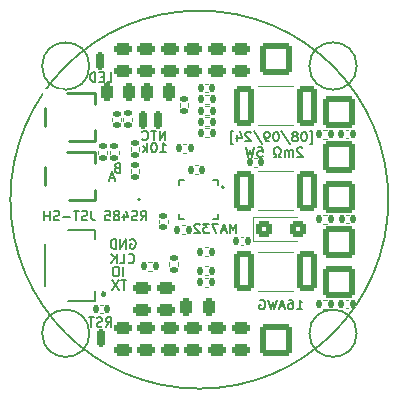
<source format=gbo>
G04 #@! TF.GenerationSoftware,KiCad,Pcbnew,7.0.7*
G04 #@! TF.CreationDate,2024-08-09T21:04:11-05:00*
G04 #@! TF.ProjectId,O32controller,4f333263-6f6e-4747-926f-6c6c65722e6b,3.1*
G04 #@! TF.SameCoordinates,Original*
G04 #@! TF.FileFunction,Legend,Bot*
G04 #@! TF.FilePolarity,Positive*
%FSLAX46Y46*%
G04 Gerber Fmt 4.6, Leading zero omitted, Abs format (unit mm)*
G04 Created by KiCad (PCBNEW 7.0.7) date 2024-08-09 21:04:11*
%MOMM*%
%LPD*%
G01*
G04 APERTURE LIST*
G04 Aperture macros list*
%AMRoundRect*
0 Rectangle with rounded corners*
0 $1 Rounding radius*
0 $2 $3 $4 $5 $6 $7 $8 $9 X,Y pos of 4 corners*
0 Add a 4 corners polygon primitive as box body*
4,1,4,$2,$3,$4,$5,$6,$7,$8,$9,$2,$3,0*
0 Add four circle primitives for the rounded corners*
1,1,$1+$1,$2,$3*
1,1,$1+$1,$4,$5*
1,1,$1+$1,$6,$7*
1,1,$1+$1,$8,$9*
0 Add four rect primitives between the rounded corners*
20,1,$1+$1,$2,$3,$4,$5,0*
20,1,$1+$1,$4,$5,$6,$7,0*
20,1,$1+$1,$6,$7,$8,$9,0*
20,1,$1+$1,$8,$9,$2,$3,0*%
G04 Aperture macros list end*
%ADD10C,0.150000*%
%ADD11C,0.120000*%
%ADD12C,0.199999*%
%ADD13C,0.127000*%
%ADD14C,0.300000*%
%ADD15C,0.254000*%
%ADD16C,0.152400*%
%ADD17C,0.200000*%
%ADD18RoundRect,0.269607X-1.105393X-1.105393X1.105393X-1.105393X1.105393X1.105393X-1.105393X1.105393X0*%
%ADD19RoundRect,0.135000X0.135000X0.185000X-0.135000X0.185000X-0.135000X-0.185000X0.135000X-0.185000X0*%
%ADD20RoundRect,0.140000X0.140000X0.170000X-0.140000X0.170000X-0.140000X-0.170000X0.140000X-0.170000X0*%
%ADD21RoundRect,0.250000X-0.475000X0.250000X-0.475000X-0.250000X0.475000X-0.250000X0.475000X0.250000X0*%
%ADD22RoundRect,0.135000X-0.135000X-0.185000X0.135000X-0.185000X0.135000X0.185000X-0.135000X0.185000X0*%
%ADD23RoundRect,0.140000X-0.140000X-0.170000X0.140000X-0.170000X0.140000X0.170000X-0.140000X0.170000X0*%
%ADD24RoundRect,0.250000X0.475000X-0.250000X0.475000X0.250000X-0.475000X0.250000X-0.475000X-0.250000X0*%
%ADD25RoundRect,0.135000X-0.185000X0.135000X-0.185000X-0.135000X0.185000X-0.135000X0.185000X0.135000X0*%
%ADD26RoundRect,0.050000X0.272236X-0.130815X-0.130815X0.272236X-0.272236X0.130815X0.130815X-0.272236X0*%
%ADD27RoundRect,0.140000X0.170000X-0.140000X0.170000X0.140000X-0.170000X0.140000X-0.170000X-0.140000X0*%
%ADD28RoundRect,0.140000X-0.170000X0.140000X-0.170000X-0.140000X0.170000X-0.140000X0.170000X0.140000X0*%
%ADD29RoundRect,0.250000X0.250000X0.475000X-0.250000X0.475000X-0.250000X-0.475000X0.250000X-0.475000X0*%
%ADD30R,1.550000X0.600000*%
%ADD31R,1.800000X1.200000*%
%ADD32RoundRect,0.250000X0.600000X1.450000X-0.600000X1.450000X-0.600000X-1.450000X0.600000X-1.450000X0*%
%ADD33RoundRect,0.150000X0.150000X0.600000X-0.150000X0.600000X-0.150000X-0.600000X0.150000X-0.600000X0*%
%ADD34RoundRect,0.150000X0.150000X-0.600000X0.150000X0.600000X-0.150000X0.600000X-0.150000X-0.600000X0*%
%ADD35RoundRect,0.250000X-0.400000X-0.450000X0.400000X-0.450000X0.400000X0.450000X-0.400000X0.450000X0*%
%ADD36R,0.812800X0.254000*%
%ADD37R,0.254000X0.812800*%
%ADD38R,1.701800X1.701800*%
%ADD39RoundRect,0.135000X0.185000X-0.135000X0.185000X0.135000X-0.185000X0.135000X-0.185000X-0.135000X0*%
G04 APERTURE END LIST*
D10*
X40686000Y-61314000D02*
G75*
G03*
X40686000Y-61314000I-2000000J0D01*
G01*
X63314000Y-61314000D02*
G75*
G03*
X63314000Y-61314000I-2000000J0D01*
G01*
X40686000Y-38686000D02*
G75*
G03*
X40686000Y-38686000I-2000000J0D01*
G01*
X66000000Y-50000000D02*
G75*
G03*
X66000000Y-50000000I-16000000J0D01*
G01*
X63314000Y-38686000D02*
G75*
G03*
X63314000Y-38686000I-2000000J0D01*
G01*
X43042857Y-47293247D02*
X42928571Y-47331342D01*
X42928571Y-47331342D02*
X42890476Y-47369438D01*
X42890476Y-47369438D02*
X42852380Y-47445628D01*
X42852380Y-47445628D02*
X42852380Y-47559914D01*
X42852380Y-47559914D02*
X42890476Y-47636104D01*
X42890476Y-47636104D02*
X42928571Y-47674200D01*
X42928571Y-47674200D02*
X43004761Y-47712295D01*
X43004761Y-47712295D02*
X43309523Y-47712295D01*
X43309523Y-47712295D02*
X43309523Y-46912295D01*
X43309523Y-46912295D02*
X43042857Y-46912295D01*
X43042857Y-46912295D02*
X42966666Y-46950390D01*
X42966666Y-46950390D02*
X42928571Y-46988485D01*
X42928571Y-46988485D02*
X42890476Y-47064676D01*
X42890476Y-47064676D02*
X42890476Y-47140866D01*
X42890476Y-47140866D02*
X42928571Y-47217057D01*
X42928571Y-47217057D02*
X42966666Y-47255152D01*
X42966666Y-47255152D02*
X43042857Y-47293247D01*
X43042857Y-47293247D02*
X43309523Y-47293247D01*
X43809523Y-56837295D02*
X43352380Y-56837295D01*
X43580952Y-57637295D02*
X43580952Y-56837295D01*
X43161904Y-56837295D02*
X42628570Y-57637295D01*
X42628570Y-56837295D02*
X43161904Y-57637295D01*
X58252381Y-59262295D02*
X58709524Y-59262295D01*
X58480952Y-59262295D02*
X58480952Y-58462295D01*
X58480952Y-58462295D02*
X58557143Y-58576580D01*
X58557143Y-58576580D02*
X58633333Y-58652771D01*
X58633333Y-58652771D02*
X58709524Y-58690866D01*
X57566666Y-58462295D02*
X57719047Y-58462295D01*
X57719047Y-58462295D02*
X57795238Y-58500390D01*
X57795238Y-58500390D02*
X57833333Y-58538485D01*
X57833333Y-58538485D02*
X57909523Y-58652771D01*
X57909523Y-58652771D02*
X57947619Y-58805152D01*
X57947619Y-58805152D02*
X57947619Y-59109914D01*
X57947619Y-59109914D02*
X57909523Y-59186104D01*
X57909523Y-59186104D02*
X57871428Y-59224200D01*
X57871428Y-59224200D02*
X57795238Y-59262295D01*
X57795238Y-59262295D02*
X57642857Y-59262295D01*
X57642857Y-59262295D02*
X57566666Y-59224200D01*
X57566666Y-59224200D02*
X57528571Y-59186104D01*
X57528571Y-59186104D02*
X57490476Y-59109914D01*
X57490476Y-59109914D02*
X57490476Y-58919438D01*
X57490476Y-58919438D02*
X57528571Y-58843247D01*
X57528571Y-58843247D02*
X57566666Y-58805152D01*
X57566666Y-58805152D02*
X57642857Y-58767057D01*
X57642857Y-58767057D02*
X57795238Y-58767057D01*
X57795238Y-58767057D02*
X57871428Y-58805152D01*
X57871428Y-58805152D02*
X57909523Y-58843247D01*
X57909523Y-58843247D02*
X57947619Y-58919438D01*
X57185714Y-59033723D02*
X56804761Y-59033723D01*
X57261904Y-59262295D02*
X56995237Y-58462295D01*
X56995237Y-58462295D02*
X56728571Y-59262295D01*
X56538095Y-58462295D02*
X56347619Y-59262295D01*
X56347619Y-59262295D02*
X56195238Y-58690866D01*
X56195238Y-58690866D02*
X56042857Y-59262295D01*
X56042857Y-59262295D02*
X55852381Y-58462295D01*
X55128571Y-58500390D02*
X55204761Y-58462295D01*
X55204761Y-58462295D02*
X55319047Y-58462295D01*
X55319047Y-58462295D02*
X55433333Y-58500390D01*
X55433333Y-58500390D02*
X55509523Y-58576580D01*
X55509523Y-58576580D02*
X55547618Y-58652771D01*
X55547618Y-58652771D02*
X55585714Y-58805152D01*
X55585714Y-58805152D02*
X55585714Y-58919438D01*
X55585714Y-58919438D02*
X55547618Y-59071819D01*
X55547618Y-59071819D02*
X55509523Y-59148009D01*
X55509523Y-59148009D02*
X55433333Y-59224200D01*
X55433333Y-59224200D02*
X55319047Y-59262295D01*
X55319047Y-59262295D02*
X55242856Y-59262295D01*
X55242856Y-59262295D02*
X55128571Y-59224200D01*
X55128571Y-59224200D02*
X55090475Y-59186104D01*
X55090475Y-59186104D02*
X55090475Y-58919438D01*
X55090475Y-58919438D02*
X55242856Y-58919438D01*
X45051190Y-51762295D02*
X45317857Y-51381342D01*
X45508333Y-51762295D02*
X45508333Y-50962295D01*
X45508333Y-50962295D02*
X45203571Y-50962295D01*
X45203571Y-50962295D02*
X45127381Y-51000390D01*
X45127381Y-51000390D02*
X45089286Y-51038485D01*
X45089286Y-51038485D02*
X45051190Y-51114676D01*
X45051190Y-51114676D02*
X45051190Y-51228961D01*
X45051190Y-51228961D02*
X45089286Y-51305152D01*
X45089286Y-51305152D02*
X45127381Y-51343247D01*
X45127381Y-51343247D02*
X45203571Y-51381342D01*
X45203571Y-51381342D02*
X45508333Y-51381342D01*
X44746429Y-51724200D02*
X44632143Y-51762295D01*
X44632143Y-51762295D02*
X44441667Y-51762295D01*
X44441667Y-51762295D02*
X44365476Y-51724200D01*
X44365476Y-51724200D02*
X44327381Y-51686104D01*
X44327381Y-51686104D02*
X44289286Y-51609914D01*
X44289286Y-51609914D02*
X44289286Y-51533723D01*
X44289286Y-51533723D02*
X44327381Y-51457533D01*
X44327381Y-51457533D02*
X44365476Y-51419438D01*
X44365476Y-51419438D02*
X44441667Y-51381342D01*
X44441667Y-51381342D02*
X44594048Y-51343247D01*
X44594048Y-51343247D02*
X44670238Y-51305152D01*
X44670238Y-51305152D02*
X44708333Y-51267057D01*
X44708333Y-51267057D02*
X44746429Y-51190866D01*
X44746429Y-51190866D02*
X44746429Y-51114676D01*
X44746429Y-51114676D02*
X44708333Y-51038485D01*
X44708333Y-51038485D02*
X44670238Y-51000390D01*
X44670238Y-51000390D02*
X44594048Y-50962295D01*
X44594048Y-50962295D02*
X44403571Y-50962295D01*
X44403571Y-50962295D02*
X44289286Y-51000390D01*
X43603571Y-51228961D02*
X43603571Y-51762295D01*
X43794047Y-50924200D02*
X43984524Y-51495628D01*
X43984524Y-51495628D02*
X43489285Y-51495628D01*
X43070238Y-51305152D02*
X43146428Y-51267057D01*
X43146428Y-51267057D02*
X43184523Y-51228961D01*
X43184523Y-51228961D02*
X43222619Y-51152771D01*
X43222619Y-51152771D02*
X43222619Y-51114676D01*
X43222619Y-51114676D02*
X43184523Y-51038485D01*
X43184523Y-51038485D02*
X43146428Y-51000390D01*
X43146428Y-51000390D02*
X43070238Y-50962295D01*
X43070238Y-50962295D02*
X42917857Y-50962295D01*
X42917857Y-50962295D02*
X42841666Y-51000390D01*
X42841666Y-51000390D02*
X42803571Y-51038485D01*
X42803571Y-51038485D02*
X42765476Y-51114676D01*
X42765476Y-51114676D02*
X42765476Y-51152771D01*
X42765476Y-51152771D02*
X42803571Y-51228961D01*
X42803571Y-51228961D02*
X42841666Y-51267057D01*
X42841666Y-51267057D02*
X42917857Y-51305152D01*
X42917857Y-51305152D02*
X43070238Y-51305152D01*
X43070238Y-51305152D02*
X43146428Y-51343247D01*
X43146428Y-51343247D02*
X43184523Y-51381342D01*
X43184523Y-51381342D02*
X43222619Y-51457533D01*
X43222619Y-51457533D02*
X43222619Y-51609914D01*
X43222619Y-51609914D02*
X43184523Y-51686104D01*
X43184523Y-51686104D02*
X43146428Y-51724200D01*
X43146428Y-51724200D02*
X43070238Y-51762295D01*
X43070238Y-51762295D02*
X42917857Y-51762295D01*
X42917857Y-51762295D02*
X42841666Y-51724200D01*
X42841666Y-51724200D02*
X42803571Y-51686104D01*
X42803571Y-51686104D02*
X42765476Y-51609914D01*
X42765476Y-51609914D02*
X42765476Y-51457533D01*
X42765476Y-51457533D02*
X42803571Y-51381342D01*
X42803571Y-51381342D02*
X42841666Y-51343247D01*
X42841666Y-51343247D02*
X42917857Y-51305152D01*
X42041666Y-50962295D02*
X42422618Y-50962295D01*
X42422618Y-50962295D02*
X42460714Y-51343247D01*
X42460714Y-51343247D02*
X42422618Y-51305152D01*
X42422618Y-51305152D02*
X42346428Y-51267057D01*
X42346428Y-51267057D02*
X42155952Y-51267057D01*
X42155952Y-51267057D02*
X42079761Y-51305152D01*
X42079761Y-51305152D02*
X42041666Y-51343247D01*
X42041666Y-51343247D02*
X42003571Y-51419438D01*
X42003571Y-51419438D02*
X42003571Y-51609914D01*
X42003571Y-51609914D02*
X42041666Y-51686104D01*
X42041666Y-51686104D02*
X42079761Y-51724200D01*
X42079761Y-51724200D02*
X42155952Y-51762295D01*
X42155952Y-51762295D02*
X42346428Y-51762295D01*
X42346428Y-51762295D02*
X42422618Y-51724200D01*
X42422618Y-51724200D02*
X42460714Y-51686104D01*
X44001189Y-55286104D02*
X44039285Y-55324200D01*
X44039285Y-55324200D02*
X44153570Y-55362295D01*
X44153570Y-55362295D02*
X44229761Y-55362295D01*
X44229761Y-55362295D02*
X44344047Y-55324200D01*
X44344047Y-55324200D02*
X44420237Y-55248009D01*
X44420237Y-55248009D02*
X44458332Y-55171819D01*
X44458332Y-55171819D02*
X44496428Y-55019438D01*
X44496428Y-55019438D02*
X44496428Y-54905152D01*
X44496428Y-54905152D02*
X44458332Y-54752771D01*
X44458332Y-54752771D02*
X44420237Y-54676580D01*
X44420237Y-54676580D02*
X44344047Y-54600390D01*
X44344047Y-54600390D02*
X44229761Y-54562295D01*
X44229761Y-54562295D02*
X44153570Y-54562295D01*
X44153570Y-54562295D02*
X44039285Y-54600390D01*
X44039285Y-54600390D02*
X44001189Y-54638485D01*
X43277380Y-55362295D02*
X43658332Y-55362295D01*
X43658332Y-55362295D02*
X43658332Y-54562295D01*
X43010713Y-55362295D02*
X43010713Y-54562295D01*
X42553570Y-55362295D02*
X42896428Y-54905152D01*
X42553570Y-54562295D02*
X43010713Y-55019438D01*
X42815476Y-48183723D02*
X42434523Y-48183723D01*
X42891666Y-48412295D02*
X42624999Y-47612295D01*
X42624999Y-47612295D02*
X42358333Y-48412295D01*
X53127380Y-52837295D02*
X53127380Y-52037295D01*
X53127380Y-52037295D02*
X52860714Y-52608723D01*
X52860714Y-52608723D02*
X52594047Y-52037295D01*
X52594047Y-52037295D02*
X52594047Y-52837295D01*
X52251190Y-52608723D02*
X51870237Y-52608723D01*
X52327380Y-52837295D02*
X52060713Y-52037295D01*
X52060713Y-52037295D02*
X51794047Y-52837295D01*
X51603571Y-52037295D02*
X51070237Y-52037295D01*
X51070237Y-52037295D02*
X51413095Y-52837295D01*
X50841666Y-52037295D02*
X50346428Y-52037295D01*
X50346428Y-52037295D02*
X50613094Y-52342057D01*
X50613094Y-52342057D02*
X50498809Y-52342057D01*
X50498809Y-52342057D02*
X50422618Y-52380152D01*
X50422618Y-52380152D02*
X50384523Y-52418247D01*
X50384523Y-52418247D02*
X50346428Y-52494438D01*
X50346428Y-52494438D02*
X50346428Y-52684914D01*
X50346428Y-52684914D02*
X50384523Y-52761104D01*
X50384523Y-52761104D02*
X50422618Y-52799200D01*
X50422618Y-52799200D02*
X50498809Y-52837295D01*
X50498809Y-52837295D02*
X50727380Y-52837295D01*
X50727380Y-52837295D02*
X50803571Y-52799200D01*
X50803571Y-52799200D02*
X50841666Y-52761104D01*
X50041666Y-52113485D02*
X50003570Y-52075390D01*
X50003570Y-52075390D02*
X49927380Y-52037295D01*
X49927380Y-52037295D02*
X49736904Y-52037295D01*
X49736904Y-52037295D02*
X49660713Y-52075390D01*
X49660713Y-52075390D02*
X49622618Y-52113485D01*
X49622618Y-52113485D02*
X49584523Y-52189676D01*
X49584523Y-52189676D02*
X49584523Y-52265866D01*
X49584523Y-52265866D02*
X49622618Y-52380152D01*
X49622618Y-52380152D02*
X50079761Y-52837295D01*
X50079761Y-52837295D02*
X49584523Y-52837295D01*
X42063094Y-60762295D02*
X42329761Y-60381342D01*
X42520237Y-60762295D02*
X42520237Y-59962295D01*
X42520237Y-59962295D02*
X42215475Y-59962295D01*
X42215475Y-59962295D02*
X42139285Y-60000390D01*
X42139285Y-60000390D02*
X42101190Y-60038485D01*
X42101190Y-60038485D02*
X42063094Y-60114676D01*
X42063094Y-60114676D02*
X42063094Y-60228961D01*
X42063094Y-60228961D02*
X42101190Y-60305152D01*
X42101190Y-60305152D02*
X42139285Y-60343247D01*
X42139285Y-60343247D02*
X42215475Y-60381342D01*
X42215475Y-60381342D02*
X42520237Y-60381342D01*
X41758333Y-60724200D02*
X41644047Y-60762295D01*
X41644047Y-60762295D02*
X41453571Y-60762295D01*
X41453571Y-60762295D02*
X41377380Y-60724200D01*
X41377380Y-60724200D02*
X41339285Y-60686104D01*
X41339285Y-60686104D02*
X41301190Y-60609914D01*
X41301190Y-60609914D02*
X41301190Y-60533723D01*
X41301190Y-60533723D02*
X41339285Y-60457533D01*
X41339285Y-60457533D02*
X41377380Y-60419438D01*
X41377380Y-60419438D02*
X41453571Y-60381342D01*
X41453571Y-60381342D02*
X41605952Y-60343247D01*
X41605952Y-60343247D02*
X41682142Y-60305152D01*
X41682142Y-60305152D02*
X41720237Y-60267057D01*
X41720237Y-60267057D02*
X41758333Y-60190866D01*
X41758333Y-60190866D02*
X41758333Y-60114676D01*
X41758333Y-60114676D02*
X41720237Y-60038485D01*
X41720237Y-60038485D02*
X41682142Y-60000390D01*
X41682142Y-60000390D02*
X41605952Y-59962295D01*
X41605952Y-59962295D02*
X41415475Y-59962295D01*
X41415475Y-59962295D02*
X41301190Y-60000390D01*
X41072618Y-59962295D02*
X40615475Y-59962295D01*
X40844047Y-60762295D02*
X40844047Y-59962295D01*
X43544046Y-56487295D02*
X43544046Y-55687295D01*
X43010713Y-55687295D02*
X42858332Y-55687295D01*
X42858332Y-55687295D02*
X42782142Y-55725390D01*
X42782142Y-55725390D02*
X42705951Y-55801580D01*
X42705951Y-55801580D02*
X42667856Y-55953961D01*
X42667856Y-55953961D02*
X42667856Y-56220628D01*
X42667856Y-56220628D02*
X42705951Y-56373009D01*
X42705951Y-56373009D02*
X42782142Y-56449200D01*
X42782142Y-56449200D02*
X42858332Y-56487295D01*
X42858332Y-56487295D02*
X43010713Y-56487295D01*
X43010713Y-56487295D02*
X43086904Y-56449200D01*
X43086904Y-56449200D02*
X43163094Y-56373009D01*
X43163094Y-56373009D02*
X43201190Y-56220628D01*
X43201190Y-56220628D02*
X43201190Y-55953961D01*
X43201190Y-55953961D02*
X43163094Y-55801580D01*
X43163094Y-55801580D02*
X43086904Y-55725390D01*
X43086904Y-55725390D02*
X43010713Y-55687295D01*
X44159523Y-53375390D02*
X44235713Y-53337295D01*
X44235713Y-53337295D02*
X44349999Y-53337295D01*
X44349999Y-53337295D02*
X44464285Y-53375390D01*
X44464285Y-53375390D02*
X44540475Y-53451580D01*
X44540475Y-53451580D02*
X44578570Y-53527771D01*
X44578570Y-53527771D02*
X44616666Y-53680152D01*
X44616666Y-53680152D02*
X44616666Y-53794438D01*
X44616666Y-53794438D02*
X44578570Y-53946819D01*
X44578570Y-53946819D02*
X44540475Y-54023009D01*
X44540475Y-54023009D02*
X44464285Y-54099200D01*
X44464285Y-54099200D02*
X44349999Y-54137295D01*
X44349999Y-54137295D02*
X44273808Y-54137295D01*
X44273808Y-54137295D02*
X44159523Y-54099200D01*
X44159523Y-54099200D02*
X44121427Y-54061104D01*
X44121427Y-54061104D02*
X44121427Y-53794438D01*
X44121427Y-53794438D02*
X44273808Y-53794438D01*
X43778570Y-54137295D02*
X43778570Y-53337295D01*
X43778570Y-53337295D02*
X43321427Y-54137295D01*
X43321427Y-54137295D02*
X43321427Y-53337295D01*
X42940475Y-54137295D02*
X42940475Y-53337295D01*
X42940475Y-53337295D02*
X42749999Y-53337295D01*
X42749999Y-53337295D02*
X42635713Y-53375390D01*
X42635713Y-53375390D02*
X42559523Y-53451580D01*
X42559523Y-53451580D02*
X42521428Y-53527771D01*
X42521428Y-53527771D02*
X42483332Y-53680152D01*
X42483332Y-53680152D02*
X42483332Y-53794438D01*
X42483332Y-53794438D02*
X42521428Y-53946819D01*
X42521428Y-53946819D02*
X42559523Y-54023009D01*
X42559523Y-54023009D02*
X42635713Y-54099200D01*
X42635713Y-54099200D02*
X42749999Y-54137295D01*
X42749999Y-54137295D02*
X42940475Y-54137295D01*
X42164285Y-40012295D02*
X42545237Y-40012295D01*
X42545237Y-40012295D02*
X42545237Y-39212295D01*
X41897618Y-39593247D02*
X41630952Y-39593247D01*
X41516666Y-40012295D02*
X41897618Y-40012295D01*
X41897618Y-40012295D02*
X41897618Y-39212295D01*
X41897618Y-39212295D02*
X41516666Y-39212295D01*
X41173808Y-40012295D02*
X41173808Y-39212295D01*
X41173808Y-39212295D02*
X40983332Y-39212295D01*
X40983332Y-39212295D02*
X40869046Y-39250390D01*
X40869046Y-39250390D02*
X40792856Y-39326580D01*
X40792856Y-39326580D02*
X40754761Y-39402771D01*
X40754761Y-39402771D02*
X40716665Y-39555152D01*
X40716665Y-39555152D02*
X40716665Y-39669438D01*
X40716665Y-39669438D02*
X40754761Y-39821819D01*
X40754761Y-39821819D02*
X40792856Y-39898009D01*
X40792856Y-39898009D02*
X40869046Y-39974200D01*
X40869046Y-39974200D02*
X40983332Y-40012295D01*
X40983332Y-40012295D02*
X41173808Y-40012295D01*
X47083332Y-44962295D02*
X47083332Y-44162295D01*
X47083332Y-44162295D02*
X46626189Y-44962295D01*
X46626189Y-44962295D02*
X46626189Y-44162295D01*
X46359523Y-44162295D02*
X45902380Y-44162295D01*
X46130952Y-44962295D02*
X46130952Y-44162295D01*
X45178570Y-44886104D02*
X45216666Y-44924200D01*
X45216666Y-44924200D02*
X45330951Y-44962295D01*
X45330951Y-44962295D02*
X45407142Y-44962295D01*
X45407142Y-44962295D02*
X45521428Y-44924200D01*
X45521428Y-44924200D02*
X45597618Y-44848009D01*
X45597618Y-44848009D02*
X45635713Y-44771819D01*
X45635713Y-44771819D02*
X45673809Y-44619438D01*
X45673809Y-44619438D02*
X45673809Y-44505152D01*
X45673809Y-44505152D02*
X45635713Y-44352771D01*
X45635713Y-44352771D02*
X45597618Y-44276580D01*
X45597618Y-44276580D02*
X45521428Y-44200390D01*
X45521428Y-44200390D02*
X45407142Y-44162295D01*
X45407142Y-44162295D02*
X45330951Y-44162295D01*
X45330951Y-44162295D02*
X45216666Y-44200390D01*
X45216666Y-44200390D02*
X45178570Y-44238485D01*
X58724705Y-45638485D02*
X58686609Y-45600390D01*
X58686609Y-45600390D02*
X58610419Y-45562295D01*
X58610419Y-45562295D02*
X58419943Y-45562295D01*
X58419943Y-45562295D02*
X58343752Y-45600390D01*
X58343752Y-45600390D02*
X58305657Y-45638485D01*
X58305657Y-45638485D02*
X58267562Y-45714676D01*
X58267562Y-45714676D02*
X58267562Y-45790866D01*
X58267562Y-45790866D02*
X58305657Y-45905152D01*
X58305657Y-45905152D02*
X58762800Y-46362295D01*
X58762800Y-46362295D02*
X58267562Y-46362295D01*
X57924704Y-46362295D02*
X57924704Y-45828961D01*
X57924704Y-45905152D02*
X57886609Y-45867057D01*
X57886609Y-45867057D02*
X57810419Y-45828961D01*
X57810419Y-45828961D02*
X57696133Y-45828961D01*
X57696133Y-45828961D02*
X57619942Y-45867057D01*
X57619942Y-45867057D02*
X57581847Y-45943247D01*
X57581847Y-45943247D02*
X57581847Y-46362295D01*
X57581847Y-45943247D02*
X57543752Y-45867057D01*
X57543752Y-45867057D02*
X57467561Y-45828961D01*
X57467561Y-45828961D02*
X57353276Y-45828961D01*
X57353276Y-45828961D02*
X57277085Y-45867057D01*
X57277085Y-45867057D02*
X57238990Y-45943247D01*
X57238990Y-45943247D02*
X57238990Y-46362295D01*
X56896133Y-46362295D02*
X56705656Y-46362295D01*
X56705656Y-46362295D02*
X56705656Y-46209914D01*
X56705656Y-46209914D02*
X56781847Y-46171819D01*
X56781847Y-46171819D02*
X56858037Y-46095628D01*
X56858037Y-46095628D02*
X56896133Y-45981342D01*
X56896133Y-45981342D02*
X56896133Y-45790866D01*
X56896133Y-45790866D02*
X56858037Y-45676580D01*
X56858037Y-45676580D02*
X56781847Y-45600390D01*
X56781847Y-45600390D02*
X56667561Y-45562295D01*
X56667561Y-45562295D02*
X56515180Y-45562295D01*
X56515180Y-45562295D02*
X56400894Y-45600390D01*
X56400894Y-45600390D02*
X56324704Y-45676580D01*
X56324704Y-45676580D02*
X56286609Y-45790866D01*
X56286609Y-45790866D02*
X56286609Y-45981342D01*
X56286609Y-45981342D02*
X56324704Y-46095628D01*
X56324704Y-46095628D02*
X56400894Y-46171819D01*
X56400894Y-46171819D02*
X56477085Y-46209914D01*
X56477085Y-46209914D02*
X56477085Y-46362295D01*
X56477085Y-46362295D02*
X56286609Y-46362295D01*
X54953275Y-45562295D02*
X55334227Y-45562295D01*
X55334227Y-45562295D02*
X55372323Y-45943247D01*
X55372323Y-45943247D02*
X55334227Y-45905152D01*
X55334227Y-45905152D02*
X55258037Y-45867057D01*
X55258037Y-45867057D02*
X55067561Y-45867057D01*
X55067561Y-45867057D02*
X54991370Y-45905152D01*
X54991370Y-45905152D02*
X54953275Y-45943247D01*
X54953275Y-45943247D02*
X54915180Y-46019438D01*
X54915180Y-46019438D02*
X54915180Y-46209914D01*
X54915180Y-46209914D02*
X54953275Y-46286104D01*
X54953275Y-46286104D02*
X54991370Y-46324200D01*
X54991370Y-46324200D02*
X55067561Y-46362295D01*
X55067561Y-46362295D02*
X55258037Y-46362295D01*
X55258037Y-46362295D02*
X55334227Y-46324200D01*
X55334227Y-46324200D02*
X55372323Y-46286104D01*
X54648513Y-45562295D02*
X54458037Y-46362295D01*
X54458037Y-46362295D02*
X54305656Y-45790866D01*
X54305656Y-45790866D02*
X54153275Y-46362295D01*
X54153275Y-46362295D02*
X53962799Y-45562295D01*
X59346895Y-45328961D02*
X59537371Y-45328961D01*
X59537371Y-45328961D02*
X59537371Y-44186104D01*
X59537371Y-44186104D02*
X59346895Y-44186104D01*
X58889752Y-44262295D02*
X58813562Y-44262295D01*
X58813562Y-44262295D02*
X58737371Y-44300390D01*
X58737371Y-44300390D02*
X58699276Y-44338485D01*
X58699276Y-44338485D02*
X58661181Y-44414676D01*
X58661181Y-44414676D02*
X58623086Y-44567057D01*
X58623086Y-44567057D02*
X58623086Y-44757533D01*
X58623086Y-44757533D02*
X58661181Y-44909914D01*
X58661181Y-44909914D02*
X58699276Y-44986104D01*
X58699276Y-44986104D02*
X58737371Y-45024200D01*
X58737371Y-45024200D02*
X58813562Y-45062295D01*
X58813562Y-45062295D02*
X58889752Y-45062295D01*
X58889752Y-45062295D02*
X58965943Y-45024200D01*
X58965943Y-45024200D02*
X59004038Y-44986104D01*
X59004038Y-44986104D02*
X59042133Y-44909914D01*
X59042133Y-44909914D02*
X59080229Y-44757533D01*
X59080229Y-44757533D02*
X59080229Y-44567057D01*
X59080229Y-44567057D02*
X59042133Y-44414676D01*
X59042133Y-44414676D02*
X59004038Y-44338485D01*
X59004038Y-44338485D02*
X58965943Y-44300390D01*
X58965943Y-44300390D02*
X58889752Y-44262295D01*
X58165943Y-44605152D02*
X58242133Y-44567057D01*
X58242133Y-44567057D02*
X58280228Y-44528961D01*
X58280228Y-44528961D02*
X58318324Y-44452771D01*
X58318324Y-44452771D02*
X58318324Y-44414676D01*
X58318324Y-44414676D02*
X58280228Y-44338485D01*
X58280228Y-44338485D02*
X58242133Y-44300390D01*
X58242133Y-44300390D02*
X58165943Y-44262295D01*
X58165943Y-44262295D02*
X58013562Y-44262295D01*
X58013562Y-44262295D02*
X57937371Y-44300390D01*
X57937371Y-44300390D02*
X57899276Y-44338485D01*
X57899276Y-44338485D02*
X57861181Y-44414676D01*
X57861181Y-44414676D02*
X57861181Y-44452771D01*
X57861181Y-44452771D02*
X57899276Y-44528961D01*
X57899276Y-44528961D02*
X57937371Y-44567057D01*
X57937371Y-44567057D02*
X58013562Y-44605152D01*
X58013562Y-44605152D02*
X58165943Y-44605152D01*
X58165943Y-44605152D02*
X58242133Y-44643247D01*
X58242133Y-44643247D02*
X58280228Y-44681342D01*
X58280228Y-44681342D02*
X58318324Y-44757533D01*
X58318324Y-44757533D02*
X58318324Y-44909914D01*
X58318324Y-44909914D02*
X58280228Y-44986104D01*
X58280228Y-44986104D02*
X58242133Y-45024200D01*
X58242133Y-45024200D02*
X58165943Y-45062295D01*
X58165943Y-45062295D02*
X58013562Y-45062295D01*
X58013562Y-45062295D02*
X57937371Y-45024200D01*
X57937371Y-45024200D02*
X57899276Y-44986104D01*
X57899276Y-44986104D02*
X57861181Y-44909914D01*
X57861181Y-44909914D02*
X57861181Y-44757533D01*
X57861181Y-44757533D02*
X57899276Y-44681342D01*
X57899276Y-44681342D02*
X57937371Y-44643247D01*
X57937371Y-44643247D02*
X58013562Y-44605152D01*
X56946895Y-44224200D02*
X57632609Y-45252771D01*
X56527847Y-44262295D02*
X56451657Y-44262295D01*
X56451657Y-44262295D02*
X56375466Y-44300390D01*
X56375466Y-44300390D02*
X56337371Y-44338485D01*
X56337371Y-44338485D02*
X56299276Y-44414676D01*
X56299276Y-44414676D02*
X56261181Y-44567057D01*
X56261181Y-44567057D02*
X56261181Y-44757533D01*
X56261181Y-44757533D02*
X56299276Y-44909914D01*
X56299276Y-44909914D02*
X56337371Y-44986104D01*
X56337371Y-44986104D02*
X56375466Y-45024200D01*
X56375466Y-45024200D02*
X56451657Y-45062295D01*
X56451657Y-45062295D02*
X56527847Y-45062295D01*
X56527847Y-45062295D02*
X56604038Y-45024200D01*
X56604038Y-45024200D02*
X56642133Y-44986104D01*
X56642133Y-44986104D02*
X56680228Y-44909914D01*
X56680228Y-44909914D02*
X56718324Y-44757533D01*
X56718324Y-44757533D02*
X56718324Y-44567057D01*
X56718324Y-44567057D02*
X56680228Y-44414676D01*
X56680228Y-44414676D02*
X56642133Y-44338485D01*
X56642133Y-44338485D02*
X56604038Y-44300390D01*
X56604038Y-44300390D02*
X56527847Y-44262295D01*
X55880228Y-45062295D02*
X55727847Y-45062295D01*
X55727847Y-45062295D02*
X55651657Y-45024200D01*
X55651657Y-45024200D02*
X55613561Y-44986104D01*
X55613561Y-44986104D02*
X55537371Y-44871819D01*
X55537371Y-44871819D02*
X55499276Y-44719438D01*
X55499276Y-44719438D02*
X55499276Y-44414676D01*
X55499276Y-44414676D02*
X55537371Y-44338485D01*
X55537371Y-44338485D02*
X55575466Y-44300390D01*
X55575466Y-44300390D02*
X55651657Y-44262295D01*
X55651657Y-44262295D02*
X55804038Y-44262295D01*
X55804038Y-44262295D02*
X55880228Y-44300390D01*
X55880228Y-44300390D02*
X55918323Y-44338485D01*
X55918323Y-44338485D02*
X55956419Y-44414676D01*
X55956419Y-44414676D02*
X55956419Y-44605152D01*
X55956419Y-44605152D02*
X55918323Y-44681342D01*
X55918323Y-44681342D02*
X55880228Y-44719438D01*
X55880228Y-44719438D02*
X55804038Y-44757533D01*
X55804038Y-44757533D02*
X55651657Y-44757533D01*
X55651657Y-44757533D02*
X55575466Y-44719438D01*
X55575466Y-44719438D02*
X55537371Y-44681342D01*
X55537371Y-44681342D02*
X55499276Y-44605152D01*
X54584990Y-44224200D02*
X55270704Y-45252771D01*
X54356419Y-44338485D02*
X54318323Y-44300390D01*
X54318323Y-44300390D02*
X54242133Y-44262295D01*
X54242133Y-44262295D02*
X54051657Y-44262295D01*
X54051657Y-44262295D02*
X53975466Y-44300390D01*
X53975466Y-44300390D02*
X53937371Y-44338485D01*
X53937371Y-44338485D02*
X53899276Y-44414676D01*
X53899276Y-44414676D02*
X53899276Y-44490866D01*
X53899276Y-44490866D02*
X53937371Y-44605152D01*
X53937371Y-44605152D02*
X54394514Y-45062295D01*
X54394514Y-45062295D02*
X53899276Y-45062295D01*
X53213561Y-44528961D02*
X53213561Y-45062295D01*
X53404037Y-44224200D02*
X53594514Y-44795628D01*
X53594514Y-44795628D02*
X53099275Y-44795628D01*
X52870704Y-45328961D02*
X52680228Y-45328961D01*
X52680228Y-45328961D02*
X52680228Y-44186104D01*
X52680228Y-44186104D02*
X52870704Y-44186104D01*
X40841666Y-50962295D02*
X40841666Y-51533723D01*
X40841666Y-51533723D02*
X40879761Y-51648009D01*
X40879761Y-51648009D02*
X40955952Y-51724200D01*
X40955952Y-51724200D02*
X41070237Y-51762295D01*
X41070237Y-51762295D02*
X41146428Y-51762295D01*
X40498809Y-51724200D02*
X40384523Y-51762295D01*
X40384523Y-51762295D02*
X40194047Y-51762295D01*
X40194047Y-51762295D02*
X40117856Y-51724200D01*
X40117856Y-51724200D02*
X40079761Y-51686104D01*
X40079761Y-51686104D02*
X40041666Y-51609914D01*
X40041666Y-51609914D02*
X40041666Y-51533723D01*
X40041666Y-51533723D02*
X40079761Y-51457533D01*
X40079761Y-51457533D02*
X40117856Y-51419438D01*
X40117856Y-51419438D02*
X40194047Y-51381342D01*
X40194047Y-51381342D02*
X40346428Y-51343247D01*
X40346428Y-51343247D02*
X40422618Y-51305152D01*
X40422618Y-51305152D02*
X40460713Y-51267057D01*
X40460713Y-51267057D02*
X40498809Y-51190866D01*
X40498809Y-51190866D02*
X40498809Y-51114676D01*
X40498809Y-51114676D02*
X40460713Y-51038485D01*
X40460713Y-51038485D02*
X40422618Y-51000390D01*
X40422618Y-51000390D02*
X40346428Y-50962295D01*
X40346428Y-50962295D02*
X40155951Y-50962295D01*
X40155951Y-50962295D02*
X40041666Y-51000390D01*
X39813094Y-50962295D02*
X39355951Y-50962295D01*
X39584523Y-51762295D02*
X39584523Y-50962295D01*
X39089284Y-51457533D02*
X38479761Y-51457533D01*
X38136904Y-51724200D02*
X38022618Y-51762295D01*
X38022618Y-51762295D02*
X37832142Y-51762295D01*
X37832142Y-51762295D02*
X37755951Y-51724200D01*
X37755951Y-51724200D02*
X37717856Y-51686104D01*
X37717856Y-51686104D02*
X37679761Y-51609914D01*
X37679761Y-51609914D02*
X37679761Y-51533723D01*
X37679761Y-51533723D02*
X37717856Y-51457533D01*
X37717856Y-51457533D02*
X37755951Y-51419438D01*
X37755951Y-51419438D02*
X37832142Y-51381342D01*
X37832142Y-51381342D02*
X37984523Y-51343247D01*
X37984523Y-51343247D02*
X38060713Y-51305152D01*
X38060713Y-51305152D02*
X38098808Y-51267057D01*
X38098808Y-51267057D02*
X38136904Y-51190866D01*
X38136904Y-51190866D02*
X38136904Y-51114676D01*
X38136904Y-51114676D02*
X38098808Y-51038485D01*
X38098808Y-51038485D02*
X38060713Y-51000390D01*
X38060713Y-51000390D02*
X37984523Y-50962295D01*
X37984523Y-50962295D02*
X37794046Y-50962295D01*
X37794046Y-50962295D02*
X37679761Y-51000390D01*
X37336903Y-51762295D02*
X37336903Y-50962295D01*
X37336903Y-51343247D02*
X36879760Y-51343247D01*
X36879760Y-51762295D02*
X36879760Y-50962295D01*
X46676190Y-45987295D02*
X47133333Y-45987295D01*
X46904761Y-45987295D02*
X46904761Y-45187295D01*
X46904761Y-45187295D02*
X46980952Y-45301580D01*
X46980952Y-45301580D02*
X47057142Y-45377771D01*
X47057142Y-45377771D02*
X47133333Y-45415866D01*
X46180951Y-45187295D02*
X46104761Y-45187295D01*
X46104761Y-45187295D02*
X46028570Y-45225390D01*
X46028570Y-45225390D02*
X45990475Y-45263485D01*
X45990475Y-45263485D02*
X45952380Y-45339676D01*
X45952380Y-45339676D02*
X45914285Y-45492057D01*
X45914285Y-45492057D02*
X45914285Y-45682533D01*
X45914285Y-45682533D02*
X45952380Y-45834914D01*
X45952380Y-45834914D02*
X45990475Y-45911104D01*
X45990475Y-45911104D02*
X46028570Y-45949200D01*
X46028570Y-45949200D02*
X46104761Y-45987295D01*
X46104761Y-45987295D02*
X46180951Y-45987295D01*
X46180951Y-45987295D02*
X46257142Y-45949200D01*
X46257142Y-45949200D02*
X46295237Y-45911104D01*
X46295237Y-45911104D02*
X46333332Y-45834914D01*
X46333332Y-45834914D02*
X46371428Y-45682533D01*
X46371428Y-45682533D02*
X46371428Y-45492057D01*
X46371428Y-45492057D02*
X46333332Y-45339676D01*
X46333332Y-45339676D02*
X46295237Y-45263485D01*
X46295237Y-45263485D02*
X46257142Y-45225390D01*
X46257142Y-45225390D02*
X46180951Y-45187295D01*
X45571427Y-45987295D02*
X45571427Y-45187295D01*
X45495237Y-45682533D02*
X45266665Y-45987295D01*
X45266665Y-45453961D02*
X45571427Y-45758723D01*
D11*
X50778641Y-44730000D02*
X50471359Y-44730000D01*
X50778641Y-43970000D02*
X50471359Y-43970000D01*
X62612836Y-44810000D02*
X62397164Y-44810000D01*
X62612836Y-44090000D02*
X62397164Y-44090000D01*
X53707836Y-53860000D02*
X53492164Y-53860000D01*
X53707836Y-53140000D02*
X53492164Y-53140000D01*
X48496359Y-52170000D02*
X48803641Y-52170000D01*
X48496359Y-52930000D02*
X48803641Y-52930000D01*
X50778641Y-41890000D02*
X50471359Y-41890000D01*
X50778641Y-41130000D02*
X50471359Y-41130000D01*
X49642164Y-47090000D02*
X49857836Y-47090000D01*
X49642164Y-47810000D02*
X49857836Y-47810000D01*
X50517164Y-40190000D02*
X50732836Y-40190000D01*
X50517164Y-40910000D02*
X50732836Y-40910000D01*
X62607836Y-59210000D02*
X62392164Y-59210000D01*
X62607836Y-58490000D02*
X62392164Y-58490000D01*
X49080000Y-41846359D02*
X49080000Y-42153641D01*
X48320000Y-41846359D02*
X48320000Y-42153641D01*
D12*
X44984923Y-49974264D02*
G75*
G03*
X44984923Y-49974264I-99999J0D01*
G01*
D11*
X42640000Y-43307836D02*
X42640000Y-43092164D01*
X43360000Y-43307836D02*
X43360000Y-43092164D01*
X50471359Y-43020000D02*
X50778641Y-43020000D01*
X50471359Y-43780000D02*
X50778641Y-43780000D01*
X47310000Y-51742164D02*
X47310000Y-51957836D01*
X46590000Y-51742164D02*
X46590000Y-51957836D01*
X50753641Y-56380000D02*
X50446359Y-56380000D01*
X50753641Y-55620000D02*
X50446359Y-55620000D01*
X43180000Y-45846359D02*
X43180000Y-46153641D01*
X42420000Y-45846359D02*
X42420000Y-46153641D01*
D13*
X41175000Y-58550000D02*
X38900000Y-58550000D01*
X41175000Y-57750000D02*
X41175000Y-58550000D01*
X36925000Y-57350000D02*
X36925000Y-53750000D01*
X41175000Y-53350000D02*
X41175000Y-52550000D01*
X41175000Y-52550000D02*
X38900000Y-52550000D01*
D14*
X41985000Y-58000000D02*
G75*
G03*
X41985000Y-58000000I-100000J0D01*
G01*
D11*
X62627836Y-52010000D02*
X62412164Y-52010000D01*
X62627836Y-51290000D02*
X62412164Y-51290000D01*
X57925000Y-57700000D02*
X54975000Y-57700000D01*
X57900000Y-54400000D02*
X54950000Y-54400000D01*
X44930000Y-45546359D02*
X44930000Y-45853641D01*
X44170000Y-45546359D02*
X44170000Y-45853641D01*
D15*
X41155000Y-50000000D02*
X38942000Y-50000000D01*
X41155000Y-50000000D02*
X41155000Y-49145000D01*
X36905000Y-48767000D02*
X36905000Y-47278000D01*
X41155000Y-46000000D02*
X41155000Y-46900000D01*
X41155000Y-46000000D02*
X38808000Y-46000000D01*
D11*
X60803641Y-52030000D02*
X60496359Y-52030000D01*
X60803641Y-51270000D02*
X60496359Y-51270000D01*
X54877836Y-47210000D02*
X54662164Y-47210000D01*
X54877836Y-46490000D02*
X54662164Y-46490000D01*
X50471359Y-42080000D02*
X50778641Y-42080000D01*
X50471359Y-42840000D02*
X50778641Y-42840000D01*
X48230000Y-55296359D02*
X48230000Y-55603641D01*
X47470000Y-55296359D02*
X47470000Y-55603641D01*
X60803641Y-59230000D02*
X60496359Y-59230000D01*
X60803641Y-58470000D02*
X60496359Y-58470000D01*
X44930000Y-47446359D02*
X44930000Y-47753641D01*
X44170000Y-47446359D02*
X44170000Y-47753641D01*
X48903641Y-46030000D02*
X48596359Y-46030000D01*
X48903641Y-45270000D02*
X48596359Y-45270000D01*
D15*
X41155000Y-45000000D02*
X38942000Y-45000000D01*
X41155000Y-45000000D02*
X41155000Y-44145000D01*
X36905000Y-43767000D02*
X36905000Y-42278000D01*
X41155000Y-41000000D02*
X41155000Y-41900000D01*
X41155000Y-41000000D02*
X38808000Y-41000000D01*
D11*
X50446359Y-54020000D02*
X50753641Y-54020000D01*
X50446359Y-54780000D02*
X50753641Y-54780000D01*
X57925000Y-43700000D02*
X54975000Y-43700000D01*
X57900000Y-40400000D02*
X54950000Y-40400000D01*
X54540000Y-51490000D02*
X58300000Y-51490000D01*
X54540000Y-53510000D02*
X54540000Y-51490000D01*
X54540000Y-53510000D02*
X58300000Y-53510000D01*
X50753641Y-57380000D02*
X50446359Y-57380000D01*
X50753641Y-56620000D02*
X50446359Y-56620000D01*
X45646359Y-55270000D02*
X45953641Y-55270000D01*
X45646359Y-56030000D02*
X45953641Y-56030000D01*
X60808641Y-44830000D02*
X60501359Y-44830000D01*
X60808641Y-44070000D02*
X60501359Y-44070000D01*
X44330000Y-43046359D02*
X44330000Y-43353641D01*
X43570000Y-43046359D02*
X43570000Y-43353641D01*
X41837836Y-59610000D02*
X41622164Y-59610000D01*
X41837836Y-58890000D02*
X41622164Y-58890000D01*
D16*
X51613000Y-51663600D02*
X51146341Y-51663600D01*
X51613000Y-51196941D02*
X51613000Y-51663600D01*
X51613000Y-48310800D02*
X51613000Y-48777459D01*
X51146341Y-48310800D02*
X51613000Y-48310800D01*
X48726859Y-51663600D02*
X48260200Y-51663600D01*
X48260200Y-51663600D02*
X48260200Y-51196941D01*
X48260200Y-48777459D02*
X48260200Y-48310800D01*
X48260200Y-48310800D02*
X48726859Y-48310800D01*
D17*
X52086600Y-48937200D02*
G75*
G03*
X52086600Y-48937200I-100000J0D01*
G01*
D11*
X41420000Y-46153641D02*
X41420000Y-45846359D01*
X42180000Y-46153641D02*
X42180000Y-45846359D01*
X57925000Y-50900000D02*
X54975000Y-50900000D01*
X57900000Y-47600000D02*
X54950000Y-47600000D01*
%LPC*%
D18*
X61850000Y-53550000D03*
X61850000Y-49750000D03*
X56450000Y-38100000D03*
X61850000Y-46350000D03*
X61850000Y-42550000D03*
X56450000Y-61900000D03*
X61850000Y-56950000D03*
D19*
X51135000Y-44350000D03*
X50115000Y-44350000D03*
D20*
X62985000Y-44450000D03*
X62025000Y-44450000D03*
X54080000Y-53500000D03*
X53120000Y-53500000D03*
D21*
X51500000Y-60850000D03*
X51500000Y-62750000D03*
D22*
X48140000Y-52550000D03*
X49160000Y-52550000D03*
D19*
X51135000Y-41510000D03*
X50115000Y-41510000D03*
D23*
X49270000Y-47450000D03*
X50230000Y-47450000D03*
D24*
X45500000Y-39150000D03*
X45500000Y-37250000D03*
X51500000Y-39150000D03*
X51500000Y-37250000D03*
D23*
X50145000Y-40550000D03*
X51105000Y-40550000D03*
D20*
X62980000Y-58850000D03*
X62020000Y-58850000D03*
D25*
X48700000Y-41490000D03*
X48700000Y-42510000D03*
D26*
X44453589Y-49542929D03*
X44100036Y-49896482D03*
X43746482Y-50250036D03*
X43392929Y-50603589D03*
X42346411Y-49557071D03*
X42699964Y-49203518D03*
X43053518Y-48849964D03*
X43407071Y-48496411D03*
D27*
X43000000Y-43680000D03*
X43000000Y-42720000D03*
D24*
X49500000Y-39150000D03*
X49500000Y-37250000D03*
D22*
X50115000Y-43400000D03*
X51135000Y-43400000D03*
D28*
X46950000Y-51370000D03*
X46950000Y-52330000D03*
D21*
X45500000Y-60850000D03*
X45500000Y-62750000D03*
D24*
X43500000Y-39150000D03*
X43500000Y-37250000D03*
X47500000Y-39150000D03*
X47500000Y-37250000D03*
D29*
X44050000Y-40900000D03*
X42150000Y-40900000D03*
D19*
X51110000Y-56000000D03*
X50090000Y-56000000D03*
D29*
X47450000Y-40900000D03*
X45550000Y-40900000D03*
D25*
X42800000Y-45490000D03*
X42800000Y-46510000D03*
D30*
X41500000Y-57050000D03*
X41500000Y-56050000D03*
X41500000Y-55050000D03*
X41500000Y-54050000D03*
D31*
X37625000Y-58350000D03*
X37625000Y-52750000D03*
D20*
X63000000Y-51650000D03*
X62040000Y-51650000D03*
D32*
X59150000Y-56050000D03*
X53750000Y-56050000D03*
D21*
X47500000Y-60850000D03*
X47500000Y-62750000D03*
D25*
X44550000Y-45190000D03*
X44550000Y-46210000D03*
D33*
X41650000Y-61750000D03*
D30*
X41480000Y-48500000D03*
X41480000Y-47500000D03*
D31*
X37605000Y-49800000D03*
X37605000Y-46200000D03*
D34*
X46485000Y-43250000D03*
X45215000Y-43250000D03*
D19*
X61160000Y-51650000D03*
X60140000Y-51650000D03*
D24*
X47150000Y-59350000D03*
X47150000Y-57450000D03*
D20*
X55250000Y-46850000D03*
X54290000Y-46850000D03*
D22*
X50115000Y-42460000D03*
X51135000Y-42460000D03*
D25*
X47850000Y-54940000D03*
X47850000Y-55960000D03*
D21*
X49500000Y-60850000D03*
X49500000Y-62750000D03*
D19*
X61160000Y-58850000D03*
X60140000Y-58850000D03*
D25*
X44550000Y-47090000D03*
X44550000Y-48110000D03*
D19*
X49260000Y-45650000D03*
X48240000Y-45650000D03*
D30*
X41480000Y-43500000D03*
X41480000Y-42500000D03*
D31*
X37605000Y-44800000D03*
X37605000Y-41200000D03*
D22*
X50090000Y-54400000D03*
X51110000Y-54400000D03*
D32*
X59150000Y-42050000D03*
X53750000Y-42050000D03*
D35*
X55450000Y-52500000D03*
X58350000Y-52500000D03*
D19*
X51110000Y-57000000D03*
X50090000Y-57000000D03*
D24*
X53500000Y-39150000D03*
X53500000Y-37250000D03*
D21*
X43500000Y-60850000D03*
X43500000Y-62750000D03*
D22*
X45290000Y-55650000D03*
X46310000Y-55650000D03*
D19*
X61165000Y-44450000D03*
X60145000Y-44450000D03*
D25*
X43950000Y-42690000D03*
X43950000Y-43710000D03*
D20*
X42210000Y-59250000D03*
X41250000Y-59250000D03*
D24*
X45150000Y-59350000D03*
X45150000Y-57450000D03*
D36*
X51384400Y-49237199D03*
X51384400Y-49737200D03*
X51384400Y-50237200D03*
X51384400Y-50737201D03*
D37*
X50686601Y-51435000D03*
X50186600Y-51435000D03*
X49686600Y-51435000D03*
X49186599Y-51435000D03*
D36*
X48488800Y-50737201D03*
X48488800Y-50237200D03*
X48488800Y-49737200D03*
X48488800Y-49237199D03*
D37*
X49186599Y-48539400D03*
X49686600Y-48539400D03*
X50186600Y-48539400D03*
X50686601Y-48539400D03*
D38*
X49936600Y-49987200D03*
D29*
X50800000Y-59100000D03*
X48900000Y-59100000D03*
D33*
X41550000Y-38300000D03*
D39*
X41800000Y-46510000D03*
X41800000Y-45490000D03*
D21*
X53500000Y-60850000D03*
X53500000Y-62750000D03*
D32*
X59150000Y-49250000D03*
X53750000Y-49250000D03*
%LPD*%
M02*

</source>
